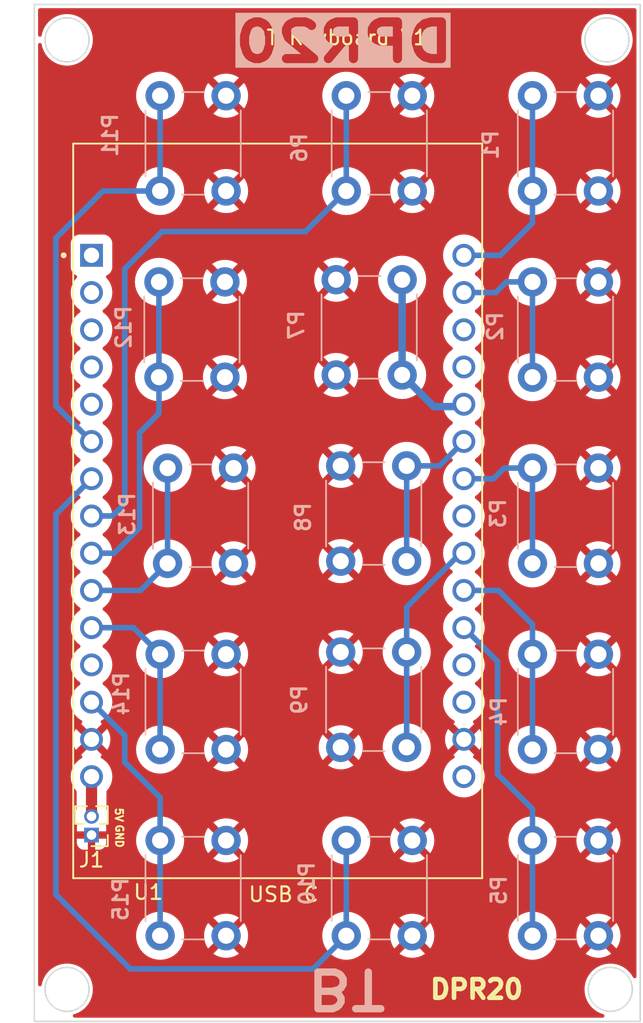
<source format=kicad_pcb>
(kicad_pcb (version 20221018) (generator pcbnew)
  (layers (0 "F.Cu" signal) (31 "B.Cu" signal) (35 "F.Paste" user) (36 "B.SilkS" user "B.Silkscreen") (37 "F.SilkS" user "F.Silkscreen") (38 "B.Mask" user) (39 "F.Mask" user) (44 "Edge.Cuts" user))
  (net 0 "")
  (net 6 "S1")
  (net 10 "GND")
  (net 13 "S2")
  (net 15 "S3")
  (net 16 "S5")
  (net 17 "S6")
  (net 18 "S13")
  (net 19 "S12")
  (net 20 "S11")
  (net 21 "S10")
  (net 22 "S9")
  (net 23 "S8")
  (net 24 "S7")
  (net 25 "S14")
  (net 26 "S15")
  (net 27 "S4")
  (net 29 "Net-(J1-Pin_2)")
  (footprint "Esp30Pin:MODULE_ESP32-DEVKITC-32D" (layer "F.Cu") (at 127.4 97.245802)
    (fp_text reference "U1" (at -8.825 28.204198 180) (layer "F.SilkS") (effects (font (size 1.000386 1.000386))))
    (fp_text value "ESP32-DEVKITC-32D")
    (fp_line (start -13.95 -22.86) (end 13.95 -22.86) (stroke (width 0.127)) (layer "F.SilkS"))
    (fp_line (start -13.95 27.25) (end -13.95 -22.86) (stroke (width 0.127)) (layer "F.SilkS"))
    (fp_line (start 13.95 -22.86) (end 13.95 27.25) (stroke (width 0.127)) (layer "F.SilkS"))
    (fp_line (start 13.95 27.25) (end -13.95 27.25) (stroke (width 0.127)) (layer "F.SilkS"))
    (fp_circle (center -14.6 -15.24) (end -14.5 -15.24) (stroke (width 0.2)) (fill none) (layer "F.SilkS"))
    (pad "J1-1" thru_hole rect (at -12.7 -15.24) (size 1.56 1.56) (drill 1.04) (layers "*.Cu" "*.Mask"))
    (pad "J1-2" thru_hole circle (at -12.7 -12.7) (size 1.56 1.56) (drill 1.04) (layers "*.Cu" "*.Mask"))
    (pad "J1-3" thru_hole circle (at -12.7 -10.16) (size 1.56 1.56) (drill 1.04) (layers "*.Cu" "*.Mask"))
    (pad "J1-4" thru_hole circle (at -12.7 -7.62) (size 1.56 1.56) (drill 1.04) (layers "*.Cu" "*.Mask"))
    (pad "J1-5" thru_hole circle (at -12.7 -5.08) (size 1.56 1.56) (drill 1.04) (layers "*.Cu" "*.Mask"))
    (pad "J1-6" thru_hole circle (at -12.7 -2.54) (size 1.56 1.56) (drill 1.04) (layers "*.Cu" "*.Mask") (net 26 "S15"))
    (pad "J1-7" thru_hole circle (at -12.7 0) (size 1.56 1.56) (drill 1.04) (layers "*.Cu" "*.Mask") (net 25 "S14"))
    (pad "J1-8" thru_hole circle (at -12.7 2.54) (size 1.56 1.56) (drill 1.04) (layers "*.Cu" "*.Mask") (net 18 "S13"))
    (pad "J1-9" thru_hole circle (at -12.7 5.08) (size 1.56 1.56) (drill 1.04) (layers "*.Cu" "*.Mask") (net 19 "S12"))
    (pad "J1-10" thru_hole circle (at -12.7 7.62) (size 1.56 1.56) (drill 1.04) (layers "*.Cu" "*.Mask") (net 20 "S11"))
    (pad "J1-11" thru_hole circle (at -12.7 10.16) (size 1.56 1.56) (drill 1.04) (layers "*.Cu" "*.Mask") (net 21 "S10"))
    (pad "J1-12" thru_hole circle (at -12.7 12.7) (size 1.56 1.56) (drill 1.04) (layers "*.Cu" "*.Mask"))
    (pad "J1-13" thru_hole circle (at -12.7 15.24) (size 1.56 1.56) (drill 1.04) (layers "*.Cu" "*.Mask") (net 22 "S9"))
    (pad "J1-14" thru_hole circle (at -12.7 17.78) (size 1.56 1.56) (drill 1.04) (layers "*.Cu" "*.Mask") (net 10 "GND"))
    (pad "J1-15" thru_hole circle (at -12.7 20.32) (size 1.56 1.56) (drill 1.04) (layers "*.Cu" "*.Mask") (net 29 "Net-(J1-Pin_2)"))
    (pad "J2-1" thru_hole circle (at 12.7 -15.24) (size 1.56 1.56) (drill 1.04) (layers "*.Cu" "*.Mask") (net 23 "S8"))
    (pad "J2-2" thru_hole circle (at 12.7 -12.7) (size 1.56 1.56) (drill 1.04) (layers "*.Cu" "*.Mask") (net 24 "S7"))
    (pad "J2-3" thru_hole circle (at 12.7 -10.16) (size 1.56 1.56) (drill 1.04) (layers "*.Cu" "*.Mask"))
    (pad "J2-4" thru_hole circle (at 12.7 -7.62) (size 1.56 1.56) (drill 1.04) (layers "*.Cu" "*.Mask"))
    (pad "J2-5" thru_hole circle (at 12.7 -5.08) (size 1.56 1.56) (drill 1.04) (layers "*.Cu" "*.Mask") (net 17 "S6"))
    (pad "J2-6" thru_hole circle (at 12.7 -2.54) (size 1.56 1.56) (drill 1.04) (layers "*.Cu" "*.Mask") (net 16 "S5"))
    (pad "J2-7" thru_hole circle (at 12.7 0) (size 1.56 1.56) (drill 1.04) (layers "*.Cu" "*.Mask") (net 27 "S4"))
    (pad "J2-8" thru_hole circle (at 12.7 2.54) (size 1.56 1.56) (drill 1.04) (layers "*.Cu" "*.Mask"))
    (pad "J2-9" thru_hole circle (at 12.7 5.08) (size 1.56 1.56) (drill 1.04) (layers "*.Cu" "*.Mask") (net 15 "S3"))
    (pad "J2-10" thru_hole circle (at 12.7 7.62) (size 1.56 1.56) (drill 1.04) (layers "*.Cu" "*.Mask") (net 13 "S2"))
    (pad "J2-11" thru_hole circle (at 12.7 10.16) (size 1.56 1.56) (drill 1.04) (layers "*.Cu" "*.Mask") (net 6 "S1"))
    (pad "J2-12" thru_hole circle (at 12.7 12.7) (size 1.56 1.56) (drill 1.04) (layers "*.Cu" "*.Mask"))
    (pad "J2-13" thru_hole circle (at 12.7 15.24) (size 1.56 1.56) (drill 1.04) (layers "*.Cu" "*.Mask"))
    (pad "J2-14" thru_hole circle (at 12.7 17.78) (size 1.56 1.56) (drill 1.04) (layers "*.Cu" "*.Mask") (net 10 "GND"))
    (pad "J2-15" thru_hole circle (at 12.7 20.32) (size 1.56 1.56) (drill 1.04) (layers "*.Cu" "*.Mask"))
  )
  (footprint "Connector_PinHeader_1.27mm:PinHeader_1x02_P1.27mm_Vertical" (layer "F.Cu") (at 114.7 121.55 180)
    (fp_text reference "J1" (at 0 -1.695) (layer "F.SilkS"))
    (fp_text value "Conn_01x02_Pin")
    (fp_line (start -1.11 -0.76) (end 0 -0.76) (stroke (width 0.12)) (layer "F.SilkS"))
    (fp_line (start -1.11 0) (end -1.11 -0.76) (stroke (width 0.12)) (layer "F.SilkS"))
    (fp_line (start -1.11 0.76) (end -1.11 1.965) (stroke (width 0.12)) (layer "F.SilkS"))
    (fp_line (start -1.11 0.76) (end -0.563471 0.76) (stroke (width 0.12)) (layer "F.SilkS"))
    (fp_line (start -1.11 1.965) (end -0.30753 1.965) (stroke (width 0.12)) (layer "F.SilkS"))
    (fp_line (start 0.30753 1.965) (end 1.11 1.965) (stroke (width 0.12)) (layer "F.SilkS"))
    (fp_line (start 0.563471 0.76) (end 1.11 0.76) (stroke (width 0.12)) (layer "F.SilkS"))
    (fp_line (start 1.11 0.76) (end 1.11 1.965) (stroke (width 0.12)) (layer "F.SilkS"))
    (pad "1" thru_hole rect (at 0 0 180) (size 1 1) (drill 0.65) (layers "*.Cu" "*.Mask") (net 10 "GND"))
    (pad "2" thru_hole oval (at 0 1.27 180) (size 1 1) (drill 0.65) (layers "*.Cu" "*.Mask") (net 29 "Net-(J1-Pin_2)"))
  )
  (footprint "Button_Switch_THT:SW_PUSH_6mm_H7.3mm" (layer "B.Cu") (at 119.38 71.12 -90)
    (fp_text reference "SW15" hide)
    (fp_text value "SW_MEC_5E_DPR20")
    (fp_line (start -0.25 -1.5) (end -0.25 -3) (stroke (width 0.12)) (layer "B.SilkS"))
    (fp_line (start 1 -5.5) (end 5.5 -5.5) (stroke (width 0.12)) (layer "B.SilkS"))
    (fp_line (start 5.5 1) (end 1 1) (stroke (width 0.12)) (layer "B.SilkS"))
    (fp_line (start 6.75 -3) (end 6.75 -1.5) (stroke (width 0.12)) (layer "B.SilkS"))
    (pad "1" thru_hole circle (at 0 0 180) (size 2 2) (drill 1.1) (layers "*.Cu" "*.Mask") (net 26 "S15"))
    (pad "1" thru_hole circle (at 6.5 0 180) (size 2 2) (drill 1.1) (layers "*.Cu" "*.Mask") (net 26 "S15"))
    (pad "2" thru_hole circle (at 0 -4.5 180) (size 2 2) (drill 1.1) (layers "*.Cu" "*.Mask") (net 10 "GND"))
    (pad "2" thru_hole circle (at 6.5 -4.5 180) (size 2 2) (drill 1.1) (layers "*.Cu" "*.Mask") (net 10 "GND"))
  )
  (footprint "Button_Switch_THT:SW_PUSH_6mm_H7.3mm" (layer "B.Cu") (at 136.2 102.87 90)
    (fp_text reference "SW5" hide)
    (fp_text value "SW_MEC_5E_DPR20")
    (fp_line (start -0.25 -1.5) (end -0.25 -3) (stroke (width 0.12)) (layer "B.SilkS"))
    (fp_line (start 1 -5.5) (end 5.5 -5.5) (stroke (width 0.12)) (layer "B.SilkS"))
    (fp_line (start 5.5 1) (end 1 1) (stroke (width 0.12)) (layer "B.SilkS"))
    (fp_line (start 6.75 -3) (end 6.75 -1.5) (stroke (width 0.12)) (layer "B.SilkS"))
    (pad "1" thru_hole circle (at 0 0) (size 2 2) (drill 1.1) (layers "*.Cu" "*.Mask") (net 16 "S5"))
    (pad "1" thru_hole circle (at 6.5 0) (size 2 2) (drill 1.1) (layers "*.Cu" "*.Mask") (net 16 "S5"))
    (pad "2" thru_hole circle (at 0 -4.5) (size 2 2) (drill 1.1) (layers "*.Cu" "*.Mask") (net 10 "GND"))
    (pad "2" thru_hole circle (at 6.5 -4.5) (size 2 2) (drill 1.1) (layers "*.Cu" "*.Mask") (net 10 "GND"))
  )
  (footprint "Button_Switch_THT:SW_PUSH_6mm_H7.3mm" (layer "B.Cu") (at 135.89 90.17 90)
    (fp_text reference "SW6" hide)
    (fp_text value "SW_MEC_5E_DPR20")
    (fp_line (start -0.25 -1.5) (end -0.25 -3) (stroke (width 0.12)) (layer "B.SilkS"))
    (fp_line (start 1 -5.5) (end 5.5 -5.5) (stroke (width 0.12)) (layer "B.SilkS"))
    (fp_line (start 5.5 1) (end 1 1) (stroke (width 0.12)) (layer "B.SilkS"))
    (fp_line (start 6.75 -3) (end 6.75 -1.5) (stroke (width 0.12)) (layer "B.SilkS"))
    (pad "1" thru_hole circle (at 0 0) (size 2 2) (drill 1.1) (layers "*.Cu" "*.Mask") (net 17 "S6"))
    (pad "1" thru_hole circle (at 6.5 0) (size 2 2) (drill 1.1) (layers "*.Cu" "*.Mask") (net 17 "S6"))
    (pad "2" thru_hole circle (at 0 -4.5) (size 2 2) (drill 1.1) (layers "*.Cu" "*.Mask") (net 10 "GND"))
    (pad "2" thru_hole circle (at 6.5 -4.5) (size 2 2) (drill 1.1) (layers "*.Cu" "*.Mask") (net 10 "GND"))
  )
  (footprint "Button_Switch_THT:SW_PUSH_6mm_H7.3mm" (layer "B.Cu") (at 136.2 115.57 90)
    (fp_text reference "SW3" hide)
    (fp_text value "SW_MEC_5E_DPR20")
    (fp_line (start -0.25 -1.5) (end -0.25 -3) (stroke (width 0.12)) (layer "B.SilkS"))
    (fp_line (start 1 -5.5) (end 5.5 -5.5) (stroke (width 0.12)) (layer "B.SilkS"))
    (fp_line (start 5.5 1) (end 1 1) (stroke (width 0.12)) (layer "B.SilkS"))
    (fp_line (start 6.75 -3) (end 6.75 -1.5) (stroke (width 0.12)) (layer "B.SilkS"))
    (pad "1" thru_hole circle (at 0 0) (size 2 2) (drill 1.1) (layers "*.Cu" "*.Mask") (net 15 "S3"))
    (pad "1" thru_hole circle (at 6.5 0) (size 2 2) (drill 1.1) (layers "*.Cu" "*.Mask") (net 15 "S3"))
    (pad "2" thru_hole circle (at 0 -4.5) (size 2 2) (drill 1.1) (layers "*.Cu" "*.Mask") (net 10 "GND"))
    (pad "2" thru_hole circle (at 6.5 -4.5) (size 2 2) (drill 1.1) (layers "*.Cu" "*.Mask") (net 10 "GND"))
  )
  (footprint "Button_Switch_THT:SW_PUSH_6mm_H7.3mm" (layer "B.Cu") (at 119.888 96.52 -90)
    (fp_text reference "SW9" hide)
    (fp_text value "SW_MEC_5E_DPR20")
    (fp_line (start -0.25 -1.5) (end -0.25 -3) (stroke (width 0.12)) (layer "B.SilkS"))
    (fp_line (start 1 -5.5) (end 5.5 -5.5) (stroke (width 0.12)) (layer "B.SilkS"))
    (fp_line (start 5.5 1) (end 1 1) (stroke (width 0.12)) (layer "B.SilkS"))
    (fp_line (start 6.75 -3) (end 6.75 -1.5) (stroke (width 0.12)) (layer "B.SilkS"))
    (pad "1" thru_hole circle (at 0 0 180) (size 2 2) (drill 1.1) (layers "*.Cu" "*.Mask") (net 20 "S11"))
    (pad "1" thru_hole circle (at 6.5 0 180) (size 2 2) (drill 1.1) (layers "*.Cu" "*.Mask") (net 20 "S11"))
    (pad "2" thru_hole circle (at 0 -4.5 180) (size 2 2) (drill 1.1) (layers "*.Cu" "*.Mask") (net 10 "GND"))
    (pad "2" thru_hole circle (at 6.5 -4.5 180) (size 2 2) (drill 1.1) (layers "*.Cu" "*.Mask") (net 10 "GND"))
  )
  (footprint "Button_Switch_THT:SW_PUSH_6mm_H7.3mm" (layer "B.Cu") (at 119.38 109.22 -90)
    (fp_text reference "SW10" hide)
    (fp_text value "SW_MEC_5E_DPR20")
    (fp_line (start -0.25 -1.5) (end -0.25 -3) (stroke (width 0.12)) (layer "B.SilkS"))
    (fp_line (start 1 -5.5) (end 5.5 -5.5) (stroke (width 0.12)) (layer "B.SilkS"))
    (fp_line (start 5.5 1) (end 1 1) (stroke (width 0.12)) (layer "B.SilkS"))
    (fp_line (start 6.75 -3) (end 6.75 -1.5) (stroke (width 0.12)) (layer "B.SilkS"))
    (pad "1" thru_hole circle (at 0 0 180) (size 2 2) (drill 1.1) (layers "*.Cu" "*.Mask") (net 21 "S10"))
    (pad "1" thru_hole circle (at 6.5 0 180) (size 2 2) (drill 1.1) (layers "*.Cu" "*.Mask") (net 21 "S10"))
    (pad "2" thru_hole circle (at 0 -4.5 180) (size 2 2) (drill 1.1) (layers "*.Cu" "*.Mask") (net 10 "GND"))
    (pad "2" thru_hole circle (at 6.5 -4.5 180) (size 2 2) (drill 1.1) (layers "*.Cu" "*.Mask") (net 10 "GND"))
  )
  (footprint "Button_Switch_THT:SW_PUSH_6mm_H7.3mm" (layer "B.Cu") (at 144.78 83.82 -90)
    (fp_text reference "SW13" hide)
    (fp_text value "SW_MEC_5E_DPR20")
    (fp_line (start -0.25 -1.5) (end -0.25 -3) (stroke (width 0.12)) (layer "B.SilkS"))
    (fp_line (start 1 -5.5) (end 5.5 -5.5) (stroke (width 0.12)) (layer "B.SilkS"))
    (fp_line (start 5.5 1) (end 1 1) (stroke (width 0.12)) (layer "B.SilkS"))
    (fp_line (start 6.75 -3) (end 6.75 -1.5) (stroke (width 0.12)) (layer "B.SilkS"))
    (pad "1" thru_hole circle (at 0 0 180) (size 2 2) (drill 1.1) (layers "*.Cu" "*.Mask") (net 24 "S7"))
    (pad "1" thru_hole circle (at 6.5 0 180) (size 2 2) (drill 1.1) (layers "*.Cu" "*.Mask") (net 24 "S7"))
    (pad "2" thru_hole circle (at 0 -4.5 180) (size 2 2) (drill 1.1) (layers "*.Cu" "*.Mask") (net 10 "GND"))
    (pad "2" thru_hole circle (at 6.5 -4.5 180) (size 2 2) (drill 1.1) (layers "*.Cu" "*.Mask") (net 10 "GND"))
  )
  (footprint "Button_Switch_THT:SW_PUSH_6mm_H7.3mm" (layer "B.Cu") (at 132.08 71.12 -90)
    (fp_text reference "SW7" hide)
    (fp_text value "SW_MEC_5E_DPR20")
    (fp_line (start -0.25 -1.5) (end -0.25 -3) (stroke (width 0.12)) (layer "B.SilkS"))
    (fp_line (start 1 -5.5) (end 5.5 -5.5) (stroke (width 0.12)) (layer "B.SilkS"))
    (fp_line (start 5.5 1) (end 1 1) (stroke (width 0.12)) (layer "B.SilkS"))
    (fp_line (start 6.75 -3) (end 6.75 -1.5) (stroke (width 0.12)) (layer "B.SilkS"))
    (pad "1" thru_hole circle (at 0 0 180) (size 2 2) (drill 1.1) (layers "*.Cu" "*.Mask") (net 18 "S13"))
    (pad "1" thru_hole circle (at 6.5 0 180) (size 2 2) (drill 1.1) (layers "*.Cu" "*.Mask") (net 18 "S13"))
    (pad "2" thru_hole circle (at 0 -4.5 180) (size 2 2) (drill 1.1) (layers "*.Cu" "*.Mask") (net 10 "GND"))
    (pad "2" thru_hole circle (at 6.5 -4.5 180) (size 2 2) (drill 1.1) (layers "*.Cu" "*.Mask") (net 10 "GND"))
  )
  (footprint "Button_Switch_THT:SW_PUSH_6mm_H7.3mm" (layer "B.Cu") (at 132.08 121.92 -90)
    (fp_text reference "SW14" hide)
    (fp_text value "SW_MEC_5E_DPR20")
    (fp_line (start -0.25 -1.5) (end -0.25 -3) (stroke (width 0.12)) (layer "B.SilkS"))
    (fp_line (start 1 -5.5) (end 5.5 -5.5) (stroke (width 0.12)) (layer "B.SilkS"))
    (fp_line (start 5.5 1) (end 1 1) (stroke (width 0.12)) (layer "B.SilkS"))
    (fp_line (start 6.75 -3) (end 6.75 -1.5) (stroke (width 0.12)) (layer "B.SilkS"))
    (pad "1" thru_hole circle (at 0 0 180) (size 2 2) (drill 1.1) (layers "*.Cu" "*.Mask") (net 25 "S14"))
    (pad "1" thru_hole circle (at 6.5 0 180) (size 2 2) (drill 1.1) (layers "*.Cu" "*.Mask") (net 25 "S14"))
    (pad "2" thru_hole circle (at 0 -4.5 180) (size 2 2) (drill 1.1) (layers "*.Cu" "*.Mask") (net 10 "GND"))
    (pad "2" thru_hole circle (at 6.5 -4.5 180) (size 2 2) (drill 1.1) (layers "*.Cu" "*.Mask") (net 10 "GND"))
  )
  (footprint "Button_Switch_THT:SW_PUSH_6mm_H7.3mm" (layer "B.Cu") (at 144.78 109.22 -90)
    (fp_text reference "SW2" hide)
    (fp_text value "SW_MEC_5E_DPR20")
    (fp_line (start -0.25 -1.5) (end -0.25 -3) (stroke (width 0.12)) (layer "B.SilkS"))
    (fp_line (start 1 -5.5) (end 5.5 -5.5) (stroke (width 0.12)) (layer "B.SilkS"))
    (fp_line (start 5.5 1) (end 1 1) (stroke (width 0.12)) (layer "B.SilkS"))
    (fp_line (start 6.75 -3) (end 6.75 -1.5) (stroke (width 0.12)) (layer "B.SilkS"))
    (pad "1" thru_hole circle (at 0 0 180) (size 2 2) (drill 1.1) (layers "*.Cu" "*.Mask") (net 13 "S2"))
    (pad "1" thru_hole circle (at 6.5 0 180) (size 2 2) (drill 1.1) (layers "*.Cu" "*.Mask") (net 13 "S2"))
    (pad "2" thru_hole circle (at 0 -4.5 180) (size 2 2) (drill 1.1) (layers "*.Cu" "*.Mask") (net 10 "GND"))
    (pad "2" thru_hole circle (at 6.5 -4.5 180) (size 2 2) (drill 1.1) (layers "*.Cu" "*.Mask") (net 10 "GND"))
  )
  (footprint "Button_Switch_THT:SW_PUSH_6mm_H7.3mm" (layer "B.Cu") (at 119.3 83.82 -90)
    (fp_text reference "SW8" hide)
    (fp_text value "SW_MEC_5E_DPR20")
    (fp_line (start -0.25 -1.5) (end -0.25 -3) (stroke (width 0.12)) (layer "B.SilkS"))
    (fp_line (start 1 -5.5) (end 5.5 -5.5) (stroke (width 0.12)) (layer "B.SilkS"))
    (fp_line (start 5.5 1) (end 1 1) (stroke (width 0.12)) (layer "B.SilkS"))
    (fp_line (start 6.75 -3) (end 6.75 -1.5) (stroke (width 0.12)) (layer "B.SilkS"))
    (pad "1" thru_hole circle (at 0 0 180) (size 2 2) (drill 1.1) (layers "*.Cu" "*.Mask") (net 19 "S12"))
    (pad "1" thru_hole circle (at 6.5 0 180) (size 2 2) (drill 1.1) (layers "*.Cu" "*.Mask") (net 19 "S12"))
    (pad "2" thru_hole circle (at 0 -4.5 180) (size 2 2) (drill 1.1) (layers "*.Cu" "*.Mask") (net 10 "GND"))
    (pad "2" thru_hole circle (at 6.5 -4.5 180) (size 2 2) (drill 1.1) (layers "*.Cu" "*.Mask") (net 10 "GND"))
  )
  (footprint "Button_Switch_THT:SW_PUSH_6mm_H7.3mm" (layer "B.Cu") (at 144.78 121.92 -90)
    (fp_text reference "SW1" hide)
    (fp_text value "SW_MEC_5E_DPR20")
    (fp_line (start -0.25 -1.5) (end -0.25 -3) (stroke (width 0.12)) (layer "B.SilkS"))
    (fp_line (start 1 -5.5) (end 5.5 -5.5) (stroke (width 0.12)) (layer "B.SilkS"))
    (fp_line (start 5.5 1) (end 1 1) (stroke (width 0.12)) (layer "B.SilkS"))
    (fp_line (start 6.75 -3) (end 6.75 -1.5) (stroke (width 0.12)) (layer "B.SilkS"))
    (pad "1" thru_hole circle (at 0 0 180) (size 2 2) (drill 1.1) (layers "*.Cu" "*.Mask") (net 6 "S1"))
    (pad "1" thru_hole circle (at 6.5 0 180) (size 2 2) (drill 1.1) (layers "*.Cu" "*.Mask") (net 6 "S1"))
    (pad "2" thru_hole circle (at 0 -4.5 180) (size 2 2) (drill 1.1) (layers "*.Cu" "*.Mask") (net 10 "GND"))
    (pad "2" thru_hole circle (at 6.5 -4.5 180) (size 2 2) (drill 1.1) (layers "*.Cu" "*.Mask") (net 10 "GND"))
  )
  (footprint "Button_Switch_THT:SW_PUSH_6mm_H7.3mm" (layer "B.Cu") (at 119.38 121.92 -90)
    (fp_text reference "SW11" hide)
    (fp_text value "SW_MEC_5E_DPR20")
    (fp_line (start -0.25 -1.5) (end -0.25 -3) (stroke (width 0.12)) (layer "B.SilkS"))
    (fp_line (start 1 -5.5) (end 5.5 -5.5) (stroke (width 0.12)) (layer "B.SilkS"))
    (fp_line (start 5.5 1) (end 1 1) (stroke (width 0.12)) (layer "B.SilkS"))
    (fp_line (start 6.75 -3) (end 6.75 -1.5) (stroke (width 0.12)) (layer "B.SilkS"))
    (pad "1" thru_hole circle (at 0 0 180) (size 2 2) (drill 1.1) (layers "*.Cu" "*.Mask") (net 22 "S9"))
    (pad "1" thru_hole circle (at 6.5 0 180) (size 2 2) (drill 1.1) (layers "*.Cu" "*.Mask") (net 22 "S9"))
    (pad "2" thru_hole circle (at 0 -4.5 180) (size 2 2) (drill 1.1) (layers "*.Cu" "*.Mask") (net 10 "GND"))
    (pad "2" thru_hole circle (at 6.5 -4.5 180) (size 2 2) (drill 1.1) (layers "*.Cu" "*.Mask") (net 10 "GND"))
  )
  (footprint "Button_Switch_THT:SW_PUSH_6mm_H7.3mm" (layer "B.Cu") (at 144.78 96.52 -90)
    (fp_text reference "SW4" hide)
    (fp_text value "SW_MEC_5E_DPR20")
    (fp_line (start -0.25 -1.5) (end -0.25 -3) (stroke (width 0.12)) (layer "B.SilkS"))
    (fp_line (start 1 -5.5) (end 5.5 -5.5) (stroke (width 0.12)) (layer "B.SilkS"))
    (fp_line (start 5.5 1) (end 1 1) (stroke (width 0.12)) (layer "B.SilkS"))
    (fp_line (start 6.75 -3) (end 6.75 -1.5) (stroke (width 0.12)) (layer "B.SilkS"))
    (pad "1" thru_hole circle (at 0 0 180) (size 2 2) (drill 1.1) (layers "*.Cu" "*.Mask") (net 27 "S4"))
    (pad "1" thru_hole circle (at 6.5 0 180) (size 2 2) (drill 1.1) (layers "*.Cu" "*.Mask") (net 27 "S4"))
    (pad "2" thru_hole circle (at 0 -4.5 180) (size 2 2) (drill 1.1) (layers "*.Cu" "*.Mask") (net 10 "GND"))
    (pad "2" thru_hole circle (at 6.5 -4.5 180) (size 2 2) (drill 1.1) (layers "*.Cu" "*.Mask") (net 10 "GND"))
  )
  (footprint "Button_Switch_THT:SW_PUSH_6mm_H7.3mm" (layer "B.Cu") (at 144.78 71.12 -90)
    (fp_text reference "SW12" hide)
    (fp_text value "SW_MEC_5E_DPR20")
    (fp_line (start -0.25 -1.5) (end -0.25 -3) (stroke (width 0.12)) (layer "B.SilkS"))
    (fp_line (start 1 -5.5) (end 5.5 -5.5) (stroke (width 0.12)) (layer "B.SilkS"))
    (fp_line (start 5.5 1) (end 1 1) (stroke (width 0.12)) (layer "B.SilkS"))
    (fp_line (start 6.75 -3) (end 6.75 -1.5) (stroke (width 0.12)) (layer "B.SilkS"))
    (pad "1" thru_hole circle (at 0 0 180) (size 2 2) (drill 1.1) (layers "*.Cu" "*.Mask") (net 23 "S8"))
    (pad "1" thru_hole circle (at 6.5 0 180) (size 2 2) (drill 1.1) (layers "*.Cu" "*.Mask") (net 23 "S8"))
    (pad "2" thru_hole circle (at 0 -4.5 180) (size 2 2) (drill 1.1) (layers "*.Cu" "*.Mask") (net 10 "GND"))
    (pad "2" thru_hole circle (at 6.5 -4.5 180) (size 2 2) (drill 1.1) (layers "*.Cu" "*.Mask") (net 10 "GND"))
  )
  (gr_circle (center 113.03 67.31) (end 114.53 67.31) (stroke (width 0.1)) (fill none) (layer "Edge.Cuts"))
  (gr_rect (start 110.8 64.8948) (end 152.13 134.2644) (stroke (width 0.1)) (fill none) (layer "Edge.Cuts"))
  (gr_circle (center 113.03 132.08) (end 114.53 132.08) (stroke (width 0.1)) (fill none) (layer "Edge.Cuts"))
  (gr_circle (center 150.09 132.08) (end 151.59 132.08) (stroke (width 0.1)) (fill none) (layer "Edge.Cuts"))
  (gr_circle (center 149.86 67.31) (end 151.36 67.31) (stroke (width 0.1)) (fill none) (layer "Edge.Cuts"))
  (gr_text "P1" (at 141.9352 74.4728 90) (layer "B.SilkS") (effects (font (size 1 1) (thickness 0.2) bold) (justify mirror)))
  (gr_text "P4" (at 142.494 113.1316 90) (layer "B.SilkS") (effects (font (size 1 1) (thickness 0.2) bold) (justify mirror)))
  (gr_text "BT" (at 132.08 132.0292 180) (layer "B.SilkS") (effects (font (size 2.5 3) (thickness 0.5) bold) (justify mirror)))
  (gr_text "P9" (at 128.8796 112.3188 90) (layer "B.SilkS") (effects (font (size 1 1) (thickness 0.2) bold) (justify mirror)))
  (gr_text "P7" (at 128.6764 86.7664 90) (layer "B.SilkS") (effects (font (size 1 1) (thickness 0.2) bold) (justify mirror)))
  (gr_text "P13" (at 117.1448 99.6696 90) (layer "B.SilkS") (effects (font (size 1 1) (thickness 0.2) bold) (justify mirror)))
  (gr_text "P8" (at 129.1336 99.8728 90) (layer "B.SilkS") (effects (font (size 1 1) (thickness 0.2) bold) (justify mirror)))
  (gr_text "DPR20" (at 131.9276 67.4624) (layer "B.SilkS" knockout) (effects (font (size 2.5 3) (thickness 0.625) bold) (justify mirror)))
  (gr_text "P12" (at 116.8908 86.9188 90) (layer "B.SilkS") (effects (font (size 1 1) (thickness 0.2) bold) (justify mirror)))
  (gr_text "P15" (at 116.6876 125.9332 90) (layer "B.SilkS") (effects (font (size 1 1) (thickness 0.2) bold) (justify mirror)))
  (gr_text "P2" (at 142.24 86.868 90) (layer "B.SilkS") (effects (font (size 1 1) (thickness 0.2) bold) (justify mirror)))
  (gr_text "P11" (at 115.9764 73.8124 90) (layer "B.SilkS") (effects (font (size 1 1) (thickness 0.2) bold) (justify mirror)))
  (gr_text "P3" (at 142.4432 99.6188 90) (layer "B.SilkS") (effects (font (size 1 1) (thickness 0.2) bold) (justify mirror)))
  (gr_text "P6" (at 128.8796 74.676 90) (layer "B.SilkS") (effects (font (size 1 1) (thickness 0.2) bold) (justify mirror)))
  (gr_text "P5" (at 142.494 125.3236 90) (layer "B.SilkS") (effects (font (size 1 1) (thickness 0.2) bold) (justify mirror)))
  (gr_text "P14" (at 116.7384 111.9124 90) (layer "B.SilkS") (effects (font (size 1 1) (thickness 0.2) bold) (justify mirror)))
  (gr_text "P10" (at 129.3876 124.8664 90) (layer "B.SilkS") (effects (font (size 1 1) (thickness 0.2) bold) (justify mirror)))
  (gr_text "USB C" (at 125.3236 126.1872) (layer "F.SilkS") (effects (font (size 1 1)) (justify left bottom)))
  (gr_text "BT Keyboard V1" (at 131.6228 67.1576) (layer "F.SilkS") (effects (font (size 1 1))))
  (gr_text "DPR20" (at 140.97 132.08) (layer "F.SilkS") (effects (font (size 1.27 1.27) (thickness 0.3175) bold)))
  (gr_text "5V" (at 116.575 120.175 -90) (layer "F.SilkS") (effects (font (size 0.508 0.508) (thickness 0.127) bold)))
  (gr_text "GND" (at 116.6 121.625 -90) (layer "F.SilkS") (effects (font (size 0.508 0.508) (thickness 0.127) bold)))
  (segment (start 142.4 109.705802) (end 140.1 107.405802) (width 0.381) (layer "B.Cu") (net 6))
  (segment (start 144.78 128.42) (end 144.78 121.92) (width 0.381) (layer "B.Cu") (net 6))
  (segment (start 144.78 119.78) (end 142.4 117.4) (width 0.381) (layer "B.Cu") (net 6))
  (segment (start 144.78 121.92) (end 144.78 119.78) (width 0.381) (layer "B.Cu") (net 6))
  (segment (start 142.4 117.4) (end 142.4 109.705802) (width 0.381) (layer "B.Cu") (net 6))
  (segment (start 142.465802 104.865802) (end 140.1 104.865802) (width 0.381) (layer "B.Cu") (net 13))
  (segment (start 144.78 115.72) (end 144.78 109.22) (width 0.381) (layer "B.Cu") (net 13))
  (segment (start 144.78 109.22) (end 144.78 107.18) (width 0.381) (layer "B.Cu") (net 13))
  (segment (start 144.78 107.18) (end 142.465802 104.865802) (width 0.381) (layer "B.Cu") (net 13))
  (segment (start 136.2 115.57) (end 136.2 109.07) (width 0.381) (layer "B.Cu") (net 15))
  (segment (start 136.2 109.07) (end 136.2 106) (width 0.381) (layer "B.Cu") (net 15))
  (segment (start 136.2 106) (end 139.874198 102.325802) (width 0.381) (layer "B.Cu") (net 15))
  (segment (start 139.874198 102.325802) (end 140.1 102.325802) (width 0.381) (layer "B.Cu") (net 15))
  (segment (start 138.435802 96.37) (end 140.1 94.705802) (width 0.381) (layer "B.Cu") (net 16))
  (segment (start 136.2 96.37) (end 138.435802 96.37) (width 0.381) (layer "B.Cu") (net 16))
  (segment (start 136.2 102.87) (end 136.2 96.37) (width 0.381) (layer "B.Cu") (net 16))
  (segment (start 138.045 92.325) (end 135.89 90.17) (width 0.508) (layer "B.Cu") (net 17))
  (segment (start 139.940802 92.325) (end 138.045 92.325) (width 0.508) (layer "B.Cu") (net 17))
  (segment (start 140.040802 92.225) (end 140.1 92.165802) (width 0.381) (layer "B.Cu") (net 17))
  (segment (start 135.89 90.17) (end 135.89 83.67) (width 0.508) (layer "B.Cu") (net 17))
  (segment (start 140.1 92.165802) (end 139.940802 92.325) (width 0.508) (layer "B.Cu") (net 17))
  (segment (start 116.967 98.933) (end 116.114198 99.785802) (width 0.381) (layer "B.Cu") (net 18))
  (segment (start 132.057 77.62) (end 129.286 80.391) (width 0.381) (layer "B.Cu") (net 18))
  (segment (start 116.114198 99.785802) (end 114.7 99.785802) (width 0.381) (layer "B.Cu") (net 18))
  (segment (start 119.507 80.391) (end 116.967 82.931) (width 0.381) (layer "B.Cu") (net 18))
  (segment (start 132.08 71.12) (end 132.08 77.62) (width 0.381) (layer "B.Cu") (net 18))
  (segment (start 129.286 80.391) (end 119.507 80.391) (width 0.381) (layer "B.Cu") (net 18))
  (segment (start 132.08 77.62) (end 132.057 77.62) (width 0.381) (layer "B.Cu") (net 18))
  (segment (start 116.967 82.931) (end 116.967 98.933) (width 0.381) (layer "B.Cu") (net 18))
  (segment (start 119.3 92.785802) (end 117.983 94.102802) (width 0.381) (layer "B.Cu") (net 19))
  (segment (start 116.241198 102.325802) (end 114.7 102.325802) (width 0.381) (layer "B.Cu") (net 19))
  (segment (start 119.3 90.32) (end 119.3 83.82) (width 0.381) (layer "B.Cu") (net 19))
  (segment (start 117.983 94.102802) (end 117.983 100.584) (width 0.381) (layer "B.Cu") (net 19))
  (segment (start 117.983 100.584) (end 116.241198 102.325802) (width 0.381) (layer "B.Cu") (net 19))
  (segment (start 119.3 90.32) (end 119.3 92.785802) (width 0.381) (layer "B.Cu") (net 19))
  (segment (start 119.888 103.02) (end 118.042198 104.865802) (width 0.381) (layer "B.Cu") (net 20))
  (segment (start 119.888 96.52) (end 119.888 103.02) (width 0.381) (layer "B.Cu") (net 20))
  (segment (start 118.042198 104.865802) (end 114.7 104.865802) (width 0.381) (layer "B.Cu") (net 20))
  (segment (start 119.38 109.22) (end 117.565802 107.405802) (width 0.381) (layer "B.Cu") (net 21))
  (segment (start 119.38 115.72) (end 119.38 109.22) (width 0.381) (layer "B.Cu") (net 21))
  (segment (start 117.565802 107.405802) (end 114.7 107.405802) (width 0.381) (layer "B.Cu") (net 21))
  (segment (start 119.38 128.42) (end 119.38 121.92) (width 0.381) (layer "B.Cu") (net 22))
  (segment (start 116.967 114.752802) (end 114.7 112.485802) (width 0.381) (layer "B.Cu") (net 22))
  (segment (start 116.967 116.586) (end 116.967 114.752802) (width 0.381) (layer "B.Cu") (net 22))
  (segment (start 119.38 118.999) (end 116.967 116.586) (width 0.381) (layer "B.Cu") (net 22))
  (segment (start 119.38 121.92) (end 119.38 118.999) (width 0.381) (layer "B.Cu") (net 22))
  (segment (start 142.580998 82.005802) (end 144.78 79.8068) (width 0.381) (layer "B.Cu") (net 23))
  (segment (start 144.78 79.8068) (end 144.78 77.62) (width 0.381) (layer "B.Cu") (net 23))
  (segment (start 144.78 77.62) (end 144.78 71.12) (width 0.381) (layer "B.Cu") (net 23))
  (segment (start 140.1 82.005802) (end 142.580998 82.005802) (width 0.381) (layer "B.Cu") (net 23))
  (segment (start 144.78 90.32) (end 144.78 83.82) (width 0.381) (layer "B.Cu") (net 24))
  (segment (start 143.002 83.82) (end 144.78 83.82) (width 0.381) (layer "B.Cu") (net 24))
  (segment (start 142.276198 84.545802) (end 143.002 83.82) (width 0.381) (layer "B.Cu") (net 24))
  (segment (start 140.1 84.545802) (end 142.276198 84.545802) (width 0.381) (layer "B.Cu") (net 24))
  (segment (start 132.08 128.42) (end 129.817 130.683) (width 0.381) (layer "B.Cu") (net 25))
  (segment (start 132.08 128.42) (end 132.08 121.92) (width 0.381) (layer "B.Cu") (net 25))
  (segment (start 117.348 130.683) (end 112.268 125.603) (width 0.381) (layer "B.Cu") (net 25))
  (segment (start 129.817 130.683) (end 117.348 130.683) (width 0.381) (layer "B.Cu") (net 25))
  (segment (start 112.268 125.603) (end 112.268 99.677802) (width 0.381) (layer "B.Cu") (net 25))
  (segment (start 112.268 99.677802) (end 114.7 97.245802) (width 0.381) (layer "B.Cu") (net 25))
  (segment (start 119.38 77.62) (end 115.48 77.62) (width 0.381) (layer "B.Cu") (net 26))
  (segment (start 112.268 92.273802) (end 114.7 94.705802) (width 0.381) (layer "B.Cu") (net 26))
  (segment (start 112.268 80.832) (end 112.268 92.273802) (width 0.381) (layer "B.Cu") (net 26))
  (segment (start 115.48 77.62) (end 112.268 80.832) (width 0.381) (layer "B.Cu") (net 26))
  (segment (start 119.38 77.62) (end 119.38 71.12) (width 0.381) (layer "B.Cu") (net 26))
  (segment (start 142.123798 97.245802) (end 140.1 97.245802) (width 0.381) (layer "B.Cu") (net 27))
  (segment (start 144.78 103.02) (end 144.78 96.52) (width 0.381) (layer "B.Cu") (net 27))
  (segment (start 142.8496 96.52) (end 142.123798 97.245802) (width 0.381) (layer "B.Cu") (net 27))
  (segment (start 144.78 96.52) (end 142.8496 96.52) (width 0.381) (layer "B.Cu") (net 27))
  (segment (start 114.7 120.28) (end 114.7 117.565802) (width 0.762) (layer "F.Cu") (net 29))
  (zone (net 10) (net_name "GND") (layer "F.Cu") (connect_pads (clearance 0.5)) (min_thickness 0.25) (fill yes (thermal_gap 0.5) (thermal_bridge_width 0.5))
    (polygon (pts (xy 110.7492 134.2928) (xy 152.1492 134.3428) (xy 152.2508 64.9048) (xy 110.8508 64.8978)))
  )
)
</source>
